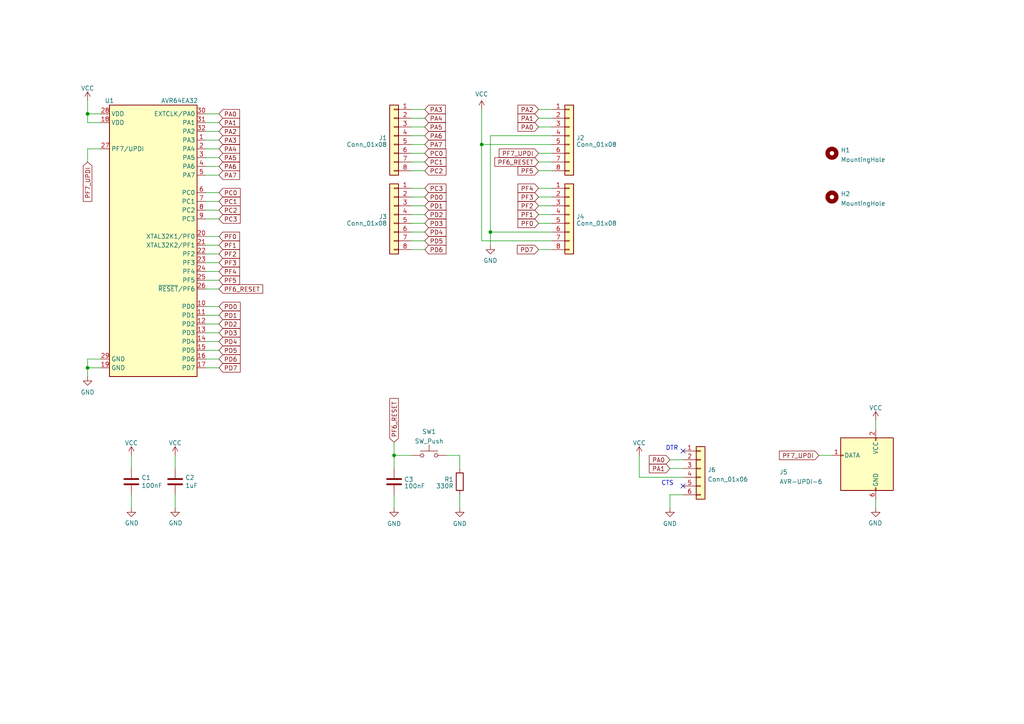
<source format=kicad_sch>
(kicad_sch (version 20230121) (generator eeschema)
  (paper "A4")
  (lib_symbols
    (symbol "Connector:AVR-UPDI-6" (pin_names (offset 1.016))
      (property "Reference" "J" (at -6.35 8.89 0))
      (property "Value" "AVR-UPDI-6" (at 0 8.89 0))
      (symbol "AVR-UPDI-6_0_1"
        (rectangle (start -2.667 -6.858) (end -2.413 -7.62))
        (rectangle (start -2.667 7.62) (end -2.413 6.858))
        (rectangle (start 7.62 2.667) (end 6.858 2.413))
        (rectangle (start 7.62 7.62) (end -7.62 -7.62) (stroke (width 0.254)) (fill (type background)))
      )
      (symbol "AVR-UPDI-6_1_1"
        (pin passive line (at 10.16 2.54 180) (length 2.54) (name "DATA") (number "1"))
        (pin passive line (at -2.54 10.16 270) (length 2.54) (name "VCC") (number "2"))
        (pin no_connect line (at 7.62 0 180) (length 2.54) hide (name "NC") (number "3"))
        (pin no_connect line (at 7.62 -2.54 180) (length 2.54) hide (name "NC") (number "4"))
        (pin no_connect line (at 7.62 -5.08 180) (length 2.54) hide (name "NC") (number "5"))
        (pin passive line (at -2.54 -10.16 90) (length 2.54) (name "GND") (number "6"))
      )
    )
    (symbol "Connector_Generic:Conn_01x06" (pin_names (offset 1.016) hide)
      (property "Reference" "J" (at 0 7.62 0))
      (property "Value" "Conn_01x06" (at 0 -10.16 0))
      (symbol "Conn_01x06_1_1"
        (rectangle (start -1.27 -7.493) (end 0 -7.747) (stroke (width 0.1524)))
        (rectangle (start -1.27 -4.953) (end 0 -5.207) (stroke (width 0.1524)))
        (rectangle (start -1.27 -2.413) (end 0 -2.667) (stroke (width 0.1524)))
        (rectangle (start -1.27 0.127) (end 0 -0.127) (stroke (width 0.1524)))
        (rectangle (start -1.27 2.667) (end 0 2.413) (stroke (width 0.1524)))
        (rectangle (start -1.27 5.207) (end 0 4.953) (stroke (width 0.1524)))
        (rectangle (start -1.27 6.35) (end 1.27 -8.89) (stroke (width 0.254)) (fill (type background)))
        (pin passive line (at -5.08 5.08 0) (length 3.81) (name "Pin_1") (number "1"))
        (pin passive line (at -5.08 2.54 0) (length 3.81) (name "Pin_2") (number "2"))
        (pin passive line (at -5.08 0 0) (length 3.81) (name "Pin_3") (number "3"))
        (pin passive line (at -5.08 -2.54 0) (length 3.81) (name "Pin_4") (number "4"))
        (pin passive line (at -5.08 -5.08 0) (length 3.81) (name "Pin_5") (number "5"))
        (pin passive line (at -5.08 -7.62 0) (length 3.81) (name "Pin_6") (number "6"))
      )
    )
    (symbol "Connector_Generic:Conn_01x08" (pin_names (offset 1.016) hide)
      (property "Reference" "J" (at 0 10.16 0))
      (property "Value" "Conn_01x08" (at 0 -12.7 0))
      (symbol "Conn_01x08_1_1"
        (rectangle (start -1.27 -10.033) (end 0 -10.287) (stroke (width 0.1524)))
        (rectangle (start -1.27 -7.493) (end 0 -7.747) (stroke (width 0.1524)))
        (rectangle (start -1.27 -4.953) (end 0 -5.207) (stroke (width 0.1524)))
        (rectangle (start -1.27 -2.413) (end 0 -2.667) (stroke (width 0.1524)))
        (rectangle (start -1.27 0.127) (end 0 -0.127) (stroke (width 0.1524)))
        (rectangle (start -1.27 2.667) (end 0 2.413) (stroke (width 0.1524)))
        (rectangle (start -1.27 5.207) (end 0 4.953) (stroke (width 0.1524)))
        (rectangle (start -1.27 7.747) (end 0 7.493) (stroke (width 0.1524)))
        (rectangle (start -1.27 8.89) (end 1.27 -11.43) (stroke (width 0.254)) (fill (type background)))
        (pin passive line (at -5.08 7.62 0) (length 3.81) (name "Pin_1") (number "1"))
        (pin passive line (at -5.08 5.08 0) (length 3.81) (name "Pin_2") (number "2"))
        (pin passive line (at -5.08 2.54 0) (length 3.81) (name "Pin_3") (number "3"))
        (pin passive line (at -5.08 0 0) (length 3.81) (name "Pin_4") (number "4"))
        (pin passive line (at -5.08 -2.54 0) (length 3.81) (name "Pin_5") (number "5"))
        (pin passive line (at -5.08 -5.08 0) (length 3.81) (name "Pin_6") (number "6"))
        (pin passive line (at -5.08 -7.62 0) (length 3.81) (name "Pin_7") (number "7"))
        (pin passive line (at -5.08 -10.16 0) (length 3.81) (name "Pin_8") (number "8"))
      )
    )
    (symbol "Device:C" (pin_numbers hide) (pin_names (offset 0.254))
      (property "Reference" "C" (at 0.635 2.54 0))
      (property "Value" "C" (at 0.635 -2.54 0))
      (symbol "C_0_1"
        (polyline (pts (xy -2.032 -0.762) (xy 2.032 -0.762)) (stroke (width 0.508)))
        (polyline (pts (xy -2.032 0.762) (xy 2.032 0.762)) (stroke (width 0.508)))
      )
      (symbol "C_1_1"
        (pin passive line (at 0 3.81 270) (length 2.794) (name "~") (number "1"))
        (pin passive line (at 0 -3.81 90) (length 2.794) (name "~") (number "2"))
      )
    )
    (symbol "Device:R" (pin_numbers hide) (pin_names (offset 0))
      (property "Reference" "R" (at 2.032 0 90))
      (property "Value" "R" (at 0 0 90))
      (symbol "R_0_1"
        (rectangle (start -1.016 -2.54) (end 1.016 2.54) (stroke (width 0.254)))
      )
      (symbol "R_1_1"
        (pin passive line (at 0 3.81 270) (length 1.27) (name "~") (number "1"))
        (pin passive line (at 0 -3.81 90) (length 1.27) (name "~") (number "2"))
      )
    )
    (symbol "Mechanical:MountingHole" (pin_names (offset 1.016))
      (property "Reference" "H" (at 0 5.08 0))
      (property "Value" "MountingHole" (at 0 3.175 0))
      (symbol "MountingHole_0_1"
        (circle (center 0 0) (radius 1.27) (stroke (width 1.27)))
      )
    )
    (symbol "Switch:SW_Push" (pin_numbers hide) (pin_names (offset 1.016) hide)
      (property "Reference" "SW" (at 1.27 2.54 0))
      (property "Value" "SW_Push" (at 0 -1.524 0))
      (symbol "SW_Push_0_1"
        (circle (center -2.032 0) (radius 0.508))
        (polyline (pts (xy 0 1.27) (xy 0 3.048)))
        (polyline (pts (xy 2.54 1.27) (xy -2.54 1.27)))
        (circle (center 2.032 0) (radius 0.508))
        (pin passive line (at -5.08 0 0) (length 2.54) (name "1") (number "1"))
        (pin passive line (at 5.08 0 180) (length 2.54) (name "2") (number "2"))
      )
    )
    (symbol "kiu:AVR64EA32"
      (property "Reference" "U" (at -12.7 -19.05 0))
      (property "Value" "AVR64EA32" (at 7.62 -19.05 0))
      (symbol "AVR64EA32_0_1"
        (rectangle (start -12.7 -20.32) (end 12.7 -99.06) (stroke (width 0.254)) (fill (type background)))
      )
      (symbol "AVR64EA32_1_1"
        (pin bidirectional line (at 15.24 -30.48 180) (length 2.54) (name "PA3") (number "1"))
        (pin bidirectional line (at 15.24 -78.74 180) (length 2.54) (name "PD0") (number "10"))
        (pin bidirectional line (at 15.24 -81.28 180) (length 2.54) (name "PD1") (number "11"))
        (pin bidirectional line (at 15.24 -83.82 180) (length 2.54) (name "PD2") (number "12"))
        (pin bidirectional line (at 15.24 -86.36 180) (length 2.54) (name "PD3") (number "13"))
        (pin bidirectional line (at 15.24 -88.9 180) (length 2.54) (name "PD4") (number "14"))
        (pin bidirectional line (at 15.24 -91.44 180) (length 2.54) (name "PD5") (number "15"))
        (pin bidirectional line (at 15.24 -93.98 180) (length 2.54) (name "PD6") (number "16"))
        (pin bidirectional line (at 15.24 -96.52 180) (length 2.54) (name "PD7") (number "17"))
        (pin power_in line (at -15.24 -25.4 0) (length 2.54) (name "VDD") (number "18"))
        (pin power_in line (at -15.24 -96.52 0) (length 2.54) (name "GND") (number "19"))
        (pin bidirectional line (at 15.24 -33.02 180) (length 2.54) (name "PA4") (number "2"))
        (pin bidirectional line (at 15.24 -58.42 180) (length 2.54) (name "XTAL32K1/PF0") (number "20"))
        (pin bidirectional line (at 15.24 -60.96 180) (length 2.54) (name "XTAL32K2/PF1") (number "21"))
        (pin bidirectional line (at 15.24 -63.5 180) (length 2.54) (name "PF2") (number "22"))
        (pin bidirectional line (at 15.24 -66.04 180) (length 2.54) (name "PF3") (number "23"))
        (pin bidirectional line (at 15.24 -68.58 180) (length 2.54) (name "PF4") (number "24"))
        (pin bidirectional line (at 15.24 -71.12 180) (length 2.54) (name "PF5") (number "25"))
        (pin bidirectional line (at 15.24 -73.66 180) (length 2.54) (name "~{RESET}/PF6") (number "26"))
        (pin bidirectional line (at -15.24 -33.02 0) (length 2.54) (name "PF7/UPDI") (number "27"))
        (pin power_in line (at -15.24 -22.86 0) (length 2.54) (name "VDD") (number "28"))
        (pin power_in line (at -15.24 -93.98 0) (length 2.54) (name "GND") (number "29"))
        (pin bidirectional line (at 15.24 -35.56 180) (length 2.54) (name "PA5") (number "3"))
        (pin bidirectional line (at 15.24 -22.86 180) (length 2.54) (name "EXTCLK/PA0") (number "30"))
        (pin bidirectional line (at 15.24 -25.4 180) (length 2.54) (name "PA1") (number "31"))
        (pin bidirectional line (at 15.24 -27.94 180) (length 2.54) (name "PA2") (number "32"))
        (pin bidirectional line (at 15.24 -38.1 180) (length 2.54) (name "PA6") (number "4"))
        (pin bidirectional line (at 15.24 -40.64 180) (length 2.54) (name "PA7") (number "5"))
        (pin bidirectional line (at 15.24 -45.72 180) (length 2.54) (name "PC0") (number "6"))
        (pin bidirectional line (at 15.24 -48.26 180) (length 2.54) (name "PC1") (number "7"))
        (pin bidirectional line (at 15.24 -50.8 180) (length 2.54) (name "PC2") (number "8"))
        (pin bidirectional line (at 15.24 -53.34 180) (length 2.54) (name "PC3") (number "9"))
      )
    )
    (symbol "power:GND" (power) (pin_names (offset 0))
      (property "Value" "GND" (at 0 -3.81 0))
      (symbol "GND_0_1"
        (polyline (pts (xy 0 0) (xy 0 -1.27) (xy 1.27 -1.27) (xy 0 -2.54) (xy -1.27 -1.27) (xy 0 -1.27)))
      )
      (symbol "GND_1_1"
        (pin power_in line (at 0 0 270) (length 0) hide (name "GND") (number "1"))
      )
    )
    (symbol "power:VCC" (power) (pin_names (offset 0))
      (property "Value" "VCC" (at 0 3.81 0))
      (symbol "VCC_0_1"
        (polyline (pts (xy -0.762 1.27) (xy 0 2.54)))
        (polyline (pts (xy 0 0) (xy 0 2.54)))
        (polyline (pts (xy 0 2.54) (xy 0.762 1.27)))
      )
      (symbol "VCC_1_1"
        (pin power_in line (at 0 0 90) (length 0) hide (name "VCC") (number "1"))
      )
    )
  )
  (junction (at 114.3 132.08))
  (junction (at 25.4 33.02))
  (junction (at 139.7 41.91))
  (junction (at 142.24 67.31))
  (junction (at 25.4 106.68))
  (no_connect (at 198.12 130.81))
  (no_connect (at 198.12 140.97))
  (wire (pts (xy 59.69 104.14) (xy 63.5 104.14)))
  (wire (pts (xy 38.1 132.08) (xy 38.1 135.89)))
  (wire (pts (xy 194.31 135.89) (xy 198.12 135.89)))
  (wire (pts (xy 254 121.92) (xy 254 124.46)))
  (wire (pts (xy 59.69 99.06) (xy 63.5 99.06)))
  (wire (pts (xy 156.21 57.15) (xy 160.02 57.15)))
  (wire (pts (xy 114.3 143.51) (xy 114.3 147.32)))
  (wire (pts (xy 119.38 49.53) (xy 123.19 49.53)))
  (wire (pts (xy 133.35 132.08) (xy 129.54 132.08)))
  (wire (pts (xy 119.38 34.29) (xy 123.19 34.29)))
  (wire (pts (xy 59.69 81.28) (xy 63.5 81.28)))
  (wire (pts (xy 59.69 68.58) (xy 63.5 68.58)))
  (wire (pts (xy 59.69 73.66) (xy 63.5 73.66)))
  (wire (pts (xy 50.8 132.08) (xy 50.8 135.89)))
  (wire (pts (xy 185.42 132.08) (xy 185.42 138.43)))
  (wire (pts (xy 59.69 33.02) (xy 63.5 33.02)))
  (wire (pts (xy 59.69 38.1) (xy 63.5 38.1)))
  (wire (pts (xy 25.4 29.21) (xy 25.4 33.02)))
  (wire (pts (xy 59.69 91.44) (xy 63.5 91.44)))
  (wire (pts (xy 123.19 59.69) (xy 119.38 59.69)))
  (wire (pts (xy 123.19 31.75) (xy 119.38 31.75)))
  (wire (pts (xy 133.35 143.51) (xy 133.35 147.32)))
  (wire (pts (xy 139.7 69.85) (xy 160.02 69.85)))
  (wire (pts (xy 25.4 33.02) (xy 29.21 33.02)))
  (wire (pts (xy 142.24 39.37) (xy 142.24 67.31)))
  (wire (pts (xy 194.31 133.35) (xy 198.12 133.35)))
  (wire (pts (xy 142.24 71.12) (xy 142.24 67.31)))
  (wire (pts (xy 114.3 132.08) (xy 114.3 135.89)))
  (wire (pts (xy 156.21 64.77) (xy 160.02 64.77)))
  (wire (pts (xy 156.21 46.99) (xy 160.02 46.99)))
  (wire (pts (xy 123.19 62.23) (xy 119.38 62.23)))
  (wire (pts (xy 59.69 71.12) (xy 63.5 71.12)))
  (wire (pts (xy 59.69 88.9) (xy 63.5 88.9)))
  (wire (pts (xy 119.38 57.15) (xy 123.19 57.15)))
  (wire (pts (xy 59.69 78.74) (xy 63.5 78.74)))
  (wire (pts (xy 119.38 46.99) (xy 123.19 46.99)))
  (wire (pts (xy 59.69 93.98) (xy 63.5 93.98)))
  (wire (pts (xy 119.38 54.61) (xy 123.19 54.61)))
  (wire (pts (xy 50.8 143.51) (xy 50.8 147.32)))
  (wire (pts (xy 25.4 104.14) (xy 25.4 106.68)))
  (wire (pts (xy 139.7 41.91) (xy 160.02 41.91)))
  (wire (pts (xy 119.38 44.45) (xy 123.19 44.45)))
  (wire (pts (xy 59.69 35.56) (xy 63.5 35.56)))
  (wire (pts (xy 59.69 96.52) (xy 63.5 96.52)))
  (wire (pts (xy 194.31 143.51) (xy 198.12 143.51)))
  (wire (pts (xy 160.02 36.83) (xy 156.21 36.83)))
  (wire (pts (xy 29.21 43.18) (xy 25.4 43.18)))
  (wire (pts (xy 114.3 132.08) (xy 119.38 132.08)))
  (wire (pts (xy 160.02 34.29) (xy 156.21 34.29)))
  (wire (pts (xy 198.12 138.43) (xy 185.42 138.43)))
  (wire (pts (xy 156.21 59.69) (xy 160.02 59.69)))
  (wire (pts (xy 59.69 43.18) (xy 63.5 43.18)))
  (wire (pts (xy 59.69 101.6) (xy 63.5 101.6)))
  (wire (pts (xy 119.38 36.83) (xy 123.19 36.83)))
  (wire (pts (xy 25.4 43.18) (xy 25.4 46.99)))
  (wire (pts (xy 59.69 50.8) (xy 63.5 50.8)))
  (wire (pts (xy 139.7 41.91) (xy 139.7 69.85)))
  (wire (pts (xy 59.69 55.88) (xy 63.5 55.88)))
  (wire (pts (xy 29.21 104.14) (xy 25.4 104.14)))
  (wire (pts (xy 59.69 48.26) (xy 63.5 48.26)))
  (wire (pts (xy 38.1 143.51) (xy 38.1 147.32)))
  (wire (pts (xy 156.21 49.53) (xy 160.02 49.53)))
  (wire (pts (xy 194.31 147.32) (xy 194.31 143.51)))
  (wire (pts (xy 123.19 64.77) (xy 119.38 64.77)))
  (wire (pts (xy 142.24 39.37) (xy 160.02 39.37)))
  (wire (pts (xy 59.69 83.82) (xy 63.5 83.82)))
  (wire (pts (xy 59.69 45.72) (xy 63.5 45.72)))
  (wire (pts (xy 25.4 109.22) (xy 25.4 106.68)))
  (wire (pts (xy 254 144.78) (xy 254 147.32)))
  (wire (pts (xy 156.21 62.23) (xy 160.02 62.23)))
  (wire (pts (xy 156.21 44.45) (xy 160.02 44.45)))
  (wire (pts (xy 160.02 72.39) (xy 156.21 72.39)))
  (wire (pts (xy 59.69 106.68) (xy 63.5 106.68)))
  (wire (pts (xy 59.69 76.2) (xy 63.5 76.2)))
  (wire (pts (xy 142.24 67.31) (xy 160.02 67.31)))
  (wire (pts (xy 123.19 41.91) (xy 119.38 41.91)))
  (wire (pts (xy 25.4 33.02) (xy 25.4 35.56)))
  (wire (pts (xy 133.35 132.08) (xy 133.35 135.89)))
  (wire (pts (xy 123.19 69.85) (xy 119.38 69.85)))
  (wire (pts (xy 123.19 67.31) (xy 119.38 67.31)))
  (wire (pts (xy 25.4 35.56) (xy 29.21 35.56)))
  (wire (pts (xy 25.4 106.68) (xy 29.21 106.68)))
  (wire (pts (xy 119.38 39.37) (xy 123.19 39.37)))
  (wire (pts (xy 160.02 31.75) (xy 156.21 31.75)))
  (wire (pts (xy 123.19 72.39) (xy 119.38 72.39)))
  (wire (pts (xy 59.69 40.64) (xy 63.5 40.64)))
  (wire (pts (xy 59.69 60.96) (xy 63.5 60.96)))
  (wire (pts (xy 156.21 54.61) (xy 160.02 54.61)))
  (wire (pts (xy 114.3 128.27) (xy 114.3 132.08)))
  (wire (pts (xy 237.49 132.08) (xy 241.3 132.08)))
  (wire (pts (xy 139.7 31.75) (xy 139.7 41.91)))
  (wire (pts (xy 59.69 58.42) (xy 63.5 58.42)))
  (wire (pts (xy 59.69 63.5) (xy 63.5 63.5)))
  (text "DTR" (at 193.04 130.81 0) (effects (font (size 1.27 1.27)) (justify left bottom)))
  (text "CTS" (at 191.77 140.97 0) (effects (font (size 1.27 1.27)) (justify left bottom)))
  (global_label "PD7" (shape input) (at 63.5 106.68 0) (property "Intersheetrefs" "${INTERSHEET_REFS}" (effects hide)))
  (global_label "PA6" (shape input) (at 123.19 39.37 0) (property "Intersheetrefs" "${INTERSHEET_REFS}" (effects hide)))
  (global_label "PD5" (shape input) (at 123.19 69.85 0) (property "Intersheetrefs" "${INTERSHEET_REFS}" (effects hide)))
  (global_label "PF6_RESET" (shape input) (at 156.21 46.99 180) (property "Intersheetrefs" "${INTERSHEET_REFS}" (effects hide)))
  (global_label "PA1" (shape input) (at 156.21 34.29 180) (property "Intersheetrefs" "${INTERSHEET_REFS}" (effects hide)))
  (global_label "PF7_UPDI" (shape input) (at 156.21 44.45 180) (property "Intersheetrefs" "${INTERSHEET_REFS}" (effects hide)))
  (global_label "PC0" (shape input) (at 63.5 55.88 0) (property "Intersheetrefs" "${INTERSHEET_REFS}" (effects hide)))
  (global_label "PD1" (shape input) (at 123.19 59.69 0) (property "Intersheetrefs" "${INTERSHEET_REFS}" (effects hide)))
  (global_label "PD4" (shape input) (at 123.19 67.31 0) (property "Intersheetrefs" "${INTERSHEET_REFS}" (effects hide)))
  (global_label "PC1" (shape input) (at 123.19 46.99 0) (property "Intersheetrefs" "${INTERSHEET_REFS}" (effects hide)))
  (global_label "PA5" (shape input) (at 123.19 36.83 0) (property "Intersheetrefs" "${INTERSHEET_REFS}" (effects hide)))
  (global_label "PC0" (shape input) (at 123.19 44.45 0) (property "Intersheetrefs" "${INTERSHEET_REFS}" (effects hide)))
  (global_label "PA1" (shape input) (at 194.31 135.89 180) (property "Intersheetrefs" "${INTERSHEET_REFS}" (effects hide)))
  (global_label "PF2" (shape input) (at 63.5 73.66 0) (property "Intersheetrefs" "${INTERSHEET_REFS}" (effects hide)))
  (global_label "PD1" (shape input) (at 63.5 91.44 0) (property "Intersheetrefs" "${INTERSHEET_REFS}" (effects hide)))
  (global_label "PF0" (shape input) (at 63.5 68.58 0) (property "Intersheetrefs" "${INTERSHEET_REFS}" (effects hide)))
  (global_label "PA1" (shape input) (at 63.5 35.56 0) (property "Intersheetrefs" "${INTERSHEET_REFS}" (effects hide)))
  (global_label "PF4" (shape input) (at 156.21 54.61 180) (property "Intersheetrefs" "${INTERSHEET_REFS}" (effects hide)))
  (global_label "PF5" (shape input) (at 63.5 81.28 0) (property "Intersheetrefs" "${INTERSHEET_REFS}" (effects hide)))
  (global_label "PA6" (shape input) (at 63.5 48.26 0) (property "Intersheetrefs" "${INTERSHEET_REFS}" (effects hide)))
  (global_label "PF7_UPDI" (shape input) (at 25.4 46.99 270) (property "Intersheetrefs" "${INTERSHEET_REFS}" (effects hide)))
  (global_label "PD4" (shape input) (at 63.5 99.06 0) (property "Intersheetrefs" "${INTERSHEET_REFS}" (effects hide)))
  (global_label "PD0" (shape input) (at 63.5 88.9 0) (property "Intersheetrefs" "${INTERSHEET_REFS}" (effects hide)))
  (global_label "PC2" (shape input) (at 123.19 49.53 0) (property "Intersheetrefs" "${INTERSHEET_REFS}" (effects hide)))
  (global_label "PD6" (shape input) (at 123.19 72.39 0) (property "Intersheetrefs" "${INTERSHEET_REFS}" (effects hide)))
  (global_label "PF5" (shape input) (at 156.21 49.53 180) (property "Intersheetrefs" "${INTERSHEET_REFS}" (effects hide)))
  (global_label "PA3" (shape input) (at 123.19 31.75 0) (property "Intersheetrefs" "${INTERSHEET_REFS}" (effects hide)))
  (global_label "PD5" (shape input) (at 63.5 101.6 0) (property "Intersheetrefs" "${INTERSHEET_REFS}" (effects hide)))
  (global_label "PF6_RESET" (shape input) (at 63.5 83.82 0) (property "Intersheetrefs" "${INTERSHEET_REFS}" (effects hide)))
  (global_label "PD2" (shape input) (at 123.19 62.23 0) (property "Intersheetrefs" "${INTERSHEET_REFS}" (effects hide)))
  (global_label "PD3" (shape input) (at 123.19 64.77 0) (property "Intersheetrefs" "${INTERSHEET_REFS}" (effects hide)))
  (global_label "PA0" (shape input) (at 63.5 33.02 0) (property "Intersheetrefs" "${INTERSHEET_REFS}" (effects hide)))
  (global_label "PF4" (shape input) (at 63.5 78.74 0) (property "Intersheetrefs" "${INTERSHEET_REFS}" (effects hide)))
  (global_label "PC1" (shape input) (at 63.5 58.42 0) (property "Intersheetrefs" "${INTERSHEET_REFS}" (effects hide)))
  (global_label "PF7_UPDI" (shape input) (at 237.49 132.08 180) (property "Intersheetrefs" "${INTERSHEET_REFS}" (effects hide)))
  (global_label "PC3" (shape input) (at 123.19 54.61 0) (property "Intersheetrefs" "${INTERSHEET_REFS}" (effects hide)))
  (global_label "PA2" (shape input) (at 156.21 31.75 180) (property "Intersheetrefs" "${INTERSHEET_REFS}" (effects hide)))
  (global_label "PF1" (shape input) (at 156.21 62.23 180) (property "Intersheetrefs" "${INTERSHEET_REFS}" (effects hide)))
  (global_label "PC3" (shape input) (at 63.5 63.5 0) (property "Intersheetrefs" "${INTERSHEET_REFS}" (effects hide)))
  (global_label "PA0" (shape input) (at 156.21 36.83 180) (property "Intersheetrefs" "${INTERSHEET_REFS}" (effects hide)))
  (global_label "PD7" (shape input) (at 156.21 72.39 180) (property "Intersheetrefs" "${INTERSHEET_REFS}" (effects hide)))
  (global_label "PA7" (shape input) (at 63.5 50.8 0) (property "Intersheetrefs" "${INTERSHEET_REFS}" (effects hide)))
  (global_label "PD3" (shape input) (at 63.5 96.52 0) (property "Intersheetrefs" "${INTERSHEET_REFS}" (effects hide)))
  (global_label "PA5" (shape input) (at 63.5 45.72 0) (property "Intersheetrefs" "${INTERSHEET_REFS}" (effects hide)))
  (global_label "PD0" (shape input) (at 123.19 57.15 0) (property "Intersheetrefs" "${INTERSHEET_REFS}" (effects hide)))
  (global_label "PA4" (shape input) (at 63.5 43.18 0) (property "Intersheetrefs" "${INTERSHEET_REFS}" (effects hide)))
  (global_label "PF0" (shape input) (at 156.21 64.77 180) (property "Intersheetrefs" "${INTERSHEET_REFS}" (effects hide)))
  (global_label "PA4" (shape input) (at 123.19 34.29 0) (property "Intersheetrefs" "${INTERSHEET_REFS}" (effects hide)))
  (global_label "PF3" (shape input) (at 63.5 76.2 0) (property "Intersheetrefs" "${INTERSHEET_REFS}" (effects hide)))
  (global_label "PF1" (shape input) (at 63.5 71.12 0) (property "Intersheetrefs" "${INTERSHEET_REFS}" (effects hide)))
  (global_label "PF3" (shape input) (at 156.21 57.15 180) (property "Intersheetrefs" "${INTERSHEET_REFS}" (effects hide)))
  (global_label "PA2" (shape input) (at 63.5 38.1 0) (property "Intersheetrefs" "${INTERSHEET_REFS}" (effects hide)))
  (global_label "PD6" (shape input) (at 63.5 104.14 0) (property "Intersheetrefs" "${INTERSHEET_REFS}" (effects hide)))
  (global_label "PD2" (shape input) (at 63.5 93.98 0) (property "Intersheetrefs" "${INTERSHEET_REFS}" (effects hide)))
  (global_label "PA7" (shape input) (at 123.19 41.91 0) (property "Intersheetrefs" "${INTERSHEET_REFS}" (effects hide)))
  (global_label "PF6_RESET" (shape input) (at 114.3 128.27 90) (property "Intersheetrefs" "${INTERSHEET_REFS}" (effects hide)))
  (global_label "PA0" (shape input) (at 194.31 133.35 180) (property "Intersheetrefs" "${INTERSHEET_REFS}" (effects hide)))
  (global_label "PC2" (shape input) (at 63.5 60.96 0) (property "Intersheetrefs" "${INTERSHEET_REFS}" (effects hide)))
  (global_label "PF2" (shape input) (at 156.21 59.69 180) (property "Intersheetrefs" "${INTERSHEET_REFS}" (effects hide)))
  (global_label "PA3" (shape input) (at 63.5 40.64 0) (property "Intersheetrefs" "${INTERSHEET_REFS}" (effects hide)))
  (symbol (lib_id "power:VCC") (at 50.8 132.08 0) (unit 1)
    (property "Reference" "#PWR07" (effects hide))
    (property "Value" "VCC" (at 50.8 128.4755 0))
  )
  (symbol (lib_id "Connector_Generic:Conn_01x08") (at 165.1 39.37 0) (unit 1)
    (property "Reference" "J2" (at 167.132 39.9963 0) (effects (justify left)))
    (property "Value" "Conn_01x08" (at 167.132 41.9173 0) (effects (justify left)))
    (property "Footprint" "Connector_PinSocket_2.54mm:PinSocket_1x08_P2.54mm_Vertical" (effects hide))
  )
  (symbol (lib_id "power:VCC") (at 139.7 31.75 0) (unit 1)
    (property "Reference" "#PWR02" (effects hide))
    (property "Value" "VCC" (at 141.605 27.305 0) (effects (justify right)))
  )
  (symbol (lib_id "power:VCC") (at 25.4 29.21 0) (unit 1)
    (property "Reference" "#PWR01" (effects hide))
    (property "Value" "VCC" (at 25.4 25.6055 0))
  )
  (symbol (lib_id "Connector_Generic:Conn_01x06") (at 203.2 135.89 0) (unit 1)
    (property "Reference" "J6" (at 205.232 136.2515 0) (effects (justify left)))
    (property "Value" "Conn_01x06" (at 205.232 139.0266 0) (effects (justify left)))
    (property "Footprint" "Connector_PinSocket_2.54mm:PinSocket_1x06_P2.54mm_Vertical" (effects hide))
  )
  (symbol (lib_id "power:GND") (at 25.4 109.22 0) (unit 1)
    (property "Reference" "#PWR04" (effects hide))
    (property "Value" "GND" (at 25.4 113.7825 0))
  )
  (symbol (lib_id "power:GND") (at 50.8 147.32 0) (unit 1)
    (property "Reference" "#PWR010" (effects hide))
    (property "Value" "GND" (at 50.927 151.7142 0))
  )
  (symbol (lib_id "power:GND") (at 254 147.32 0) (mirror y) (unit 1)
    (property "Reference" "#PWR014" (effects hide))
    (property "Value" "GND" (at 253.873 151.7142 0))
  )
  (symbol (lib_id "Mechanical:MountingHole") (at 241.3 44.45 0) (unit 1)
    (property "Reference" "H1" (at 243.84 43.5415 0) (effects (justify left)))
    (property "Value" "MountingHole" (at 243.84 46.3166 0) (effects (justify left)))
    (property "Footprint" "MountingHole:MountingHole_3.2mm_M3_DIN965" (effects hide))
  )
  (symbol (lib_id "power:VCC") (at 185.42 132.08 0) (unit 1)
    (property "Reference" "#PWR08" (effects hide))
    (property "Value" "VCC" (at 185.42 128.4755 0))
  )
  (symbol (lib_id "power:VCC") (at 38.1 132.08 0) (unit 1)
    (property "Reference" "#PWR06" (effects hide))
    (property "Value" "VCC" (at 38.1 128.4755 0))
  )
  (symbol (lib_id "Device:C") (at 114.3 139.7 0) (unit 1)
    (property "Reference" "C3" (at 117.221 139.0563 0) (effects (justify left)))
    (property "Value" "100nF" (at 117.221 140.9773 0) (effects (justify left)))
    (property "Footprint" "Capacitor_SMD:C_0805_2012Metric" (effects hide))
  )
  (symbol (lib_id "kiu:AVR64EA32") (at 44.45 10.16 0) (unit 1)
    (property "Reference" "U1" (at 31.75 29.21 0))
    (property "Value" "AVR64EA32" (at 52.07 29.21 0))
    (property "Footprint" "Package_QFP:TQFP-32_7x7mm_P0.8mm" (effects hide))
  )
  (symbol (lib_id "power:GND") (at 194.31 147.32 0) (unit 1)
    (property "Reference" "#PWR013" (effects hide))
    (property "Value" "GND" (at 194.31 151.8825 0))
  )
  (symbol (lib_id "power:GND") (at 142.24 71.12 0) (unit 1)
    (property "Reference" "#PWR03" (effects hide))
    (property "Value" "GND" (at 142.24 75.565 0))
  )
  (symbol (lib_id "power:GND") (at 38.1 147.32 0) (unit 1)
    (property "Reference" "#PWR09" (effects hide))
    (property "Value" "GND" (at 38.227 151.7142 0))
  )
  (symbol (lib_id "Device:C") (at 38.1 139.7 0) (unit 1)
    (property "Reference" "C1" (at 41.021 138.5316 0) (effects (justify left)))
    (property "Value" "100nF" (at 41.021 140.843 0) (effects (justify left)))
    (property "Footprint" "Capacitor_SMD:C_0805_2012Metric" (effects hide))
  )
  (symbol (lib_id "Connector_Generic:Conn_01x08") (at 114.3 62.23 0) (mirror y) (unit 1)
    (property "Reference" "J3" (at 112.268 62.8563 0) (effects (justify left)))
    (property "Value" "Conn_01x08" (at 112.268 64.7773 0) (effects (justify left)))
    (property "Footprint" "Connector_PinSocket_2.54mm:PinSocket_1x08_P2.54mm_Vertical" (effects hide))
  )
  (symbol (lib_id "Connector_Generic:Conn_01x08") (at 114.3 39.37 0) (mirror y) (unit 1)
    (property "Reference" "J1" (at 112.268 39.9963 0) (effects (justify left)))
    (property "Value" "Conn_01x08" (at 112.268 41.9173 0) (effects (justify left)))
    (property "Footprint" "Connector_PinSocket_2.54mm:PinSocket_1x08_P2.54mm_Vertical" (effects hide))
  )
  (symbol (lib_id "Switch:SW_Push") (at 124.46 132.08 0) (unit 1)
    (property "Reference" "SW1" (at 124.46 125.1925 0))
    (property "Value" "SW_Push" (at 124.46 127.9676 0))
    (property "Footprint" "kiu:SW_Push_1P1T_NO_4.5x4.5mm" (effects hide))
  )
  (symbol (lib_id "Device:R") (at 133.35 139.7 0) (mirror x) (unit 1)
    (property "Reference" "R1" (at 131.5721 139.0563 0) (effects (justify right)))
    (property "Value" "330R" (at 131.5721 140.9773 0) (effects (justify right)))
    (property "Footprint" "Resistor_SMD:R_0805_2012Metric" (effects hide))
  )
  (symbol (lib_id "power:GND") (at 133.35 147.32 0) (unit 1)
    (property "Reference" "#PWR012" (effects hide))
    (property "Value" "GND" (at 133.35 151.8825 0))
  )
  (symbol (lib_id "Connector:AVR-UPDI-6") (at 251.46 134.62 0) (mirror y) (unit 1)
    (property "Reference" "J5" (at 226.06 136.9249 0) (effects (justify right)))
    (property "Value" "AVR-UPDI-6" (at 226.06 139.7 0) (effects (justify right)))
    (property "Footprint" "Connector_IDC:IDC-Header_2x03_P2.54mm_Vertical" (effects hide))
    (property "Datasheet" "https://www.microchip.com/webdoc/GUID-9D10622A-5C16-4405-B092-1BDD437B4976/index.html?GUID-9B349315-2842-4189-B88C-49F4E1055D7F" (effects hide))
  )
  (symbol (lib_id "power:VCC") (at 254 121.92 0) (mirror y) (unit 1)
    (property "Reference" "#PWR05" (effects hide))
    (property "Value" "VCC" (at 254 118.3155 0))
  )
  (symbol (lib_id "power:GND") (at 114.3 147.32 0) (unit 1)
    (property "Reference" "#PWR011" (effects hide))
    (property "Value" "GND" (at 114.3 151.8825 0))
  )
  (symbol (lib_id "Mechanical:MountingHole") (at 241.3 57.15 0) (unit 1)
    (property "Reference" "H2" (at 243.84 56.2415 0) (effects (justify left)))
    (property "Value" "MountingHole" (at 243.84 59.0166 0) (effects (justify left)))
    (property "Footprint" "MountingHole:MountingHole_3.2mm_M3_DIN965" (effects hide))
  )
  (symbol (lib_id "Device:C") (at 50.8 139.7 0) (unit 1)
    (property "Reference" "C2" (at 53.721 138.5316 0) (effects (justify left)))
    (property "Value" "1uF" (at 53.721 140.843 0) (effects (justify left)))
    (property "Footprint" "Capacitor_SMD:C_0805_2012Metric" (effects hide))
  )
  (symbol (lib_id "Connector_Generic:Conn_01x08") (at 165.1 62.23 0) (unit 1)
    (property "Reference" "J4" (at 167.132 62.8563 0) (effects (justify left)))
    (property "Value" "Conn_01x08" (at 167.132 64.7773 0) (effects (justify left)))
    (property "Footprint" "Connector_PinSocket_2.54mm:PinSocket_1x08_P2.54mm_Vertical" (effects hide))
  )
)
</source>
